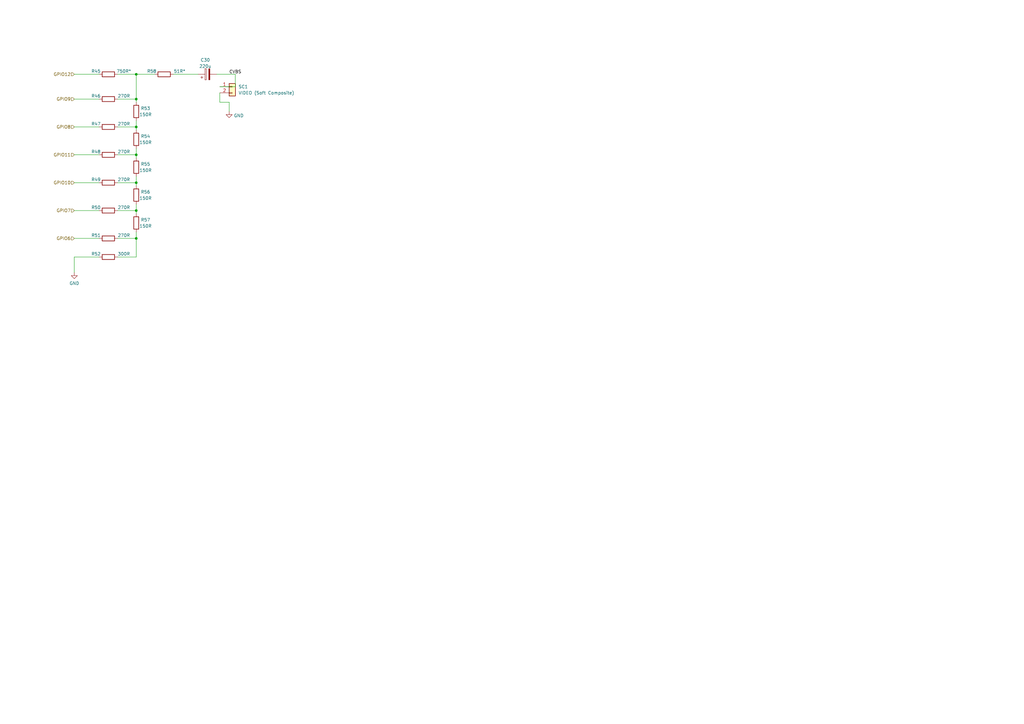
<source format=kicad_sch>
(kicad_sch (version 20231120) (generator "eeschema") (generator_version "8.0")
  (paper "A3")
  (title_block (title "Mini FRANK") (date "2024-11-13") (rev "1.2") (company "Mikhail Matveev") (comment 1 "https://github.com/xtremespb/minifrank"))
  (lib_symbols
    (symbol "Connector_Generic:Conn_01x02" (pin_names (offset 1.016) hide)
      (property "Reference" "J" (at 0 2.54 0))
      (property "Value" "Conn_01x02" (at 0 -5.08 0))
      (symbol "Conn_01x02_1_1"
        (rectangle (start -1.27 -2.413) (end 0 -2.667) (stroke (width 0.1524)))
        (rectangle (start -1.27 0.127) (end 0 -0.127) (stroke (width 0.1524)))
        (rectangle (start -1.27 1.27) (end 1.27 -3.81) (stroke (width 0.254)) (fill (type background)))
        (pin passive line (at -5.08 0 0) (length 3.81) (name "Pin_1") (number "1"))
        (pin passive line (at -5.08 -2.54 0) (length 3.81) (name "Pin_2") (number "2"))
      )
    )
    (symbol "Device:C_Polarized" (pin_numbers hide) (pin_names (offset 0.254))
      (property "Reference" "C" (at 0.635 2.54 0))
      (property "Value" "C_Polarized" (at 0.635 -2.54 0))
      (symbol "C_Polarized_0_1"
        (rectangle (start -2.286 0.508) (end 2.286 1.016))
        (polyline (pts (xy -1.778 2.286) (xy -0.762 2.286)))
        (polyline (pts (xy -1.27 2.794) (xy -1.27 1.778)))
        (rectangle (start 2.286 -0.508) (end -2.286 -1.016) (fill (type outline)))
      )
      (symbol "C_Polarized_1_1"
        (pin passive line (at 0 3.81 270) (length 2.794) (name "~") (number "1"))
        (pin passive line (at 0 -3.81 90) (length 2.794) (name "~") (number "2"))
      )
    )
    (symbol "Device:R" (pin_numbers hide) (pin_names (offset 0))
      (property "Reference" "R" (at 2.032 0 90))
      (property "Value" "R" (at 0 0 90))
      (symbol "R_0_1"
        (rectangle (start -1.016 -2.54) (end 1.016 2.54) (stroke (width 0.254)))
      )
      (symbol "R_1_1"
        (pin passive line (at 0 3.81 270) (length 1.27) (name "~") (number "1"))
        (pin passive line (at 0 -3.81 90) (length 1.27) (name "~") (number "2"))
      )
    )
    (symbol "power:GND" (power) (pin_names (offset 0))
      (property "Value" "GND" (at 0 -3.81 0))
      (symbol "GND_0_1"
        (polyline (pts (xy 0 0) (xy 0 -1.27) (xy 1.27 -1.27) (xy 0 -2.54) (xy -1.27 -1.27) (xy 0 -1.27)))
      )
      (symbol "GND_1_1"
        (pin power_in line (at 0 0 270) (length 0) hide (name "GND") (number "1"))
      )
    )
  )
  (junction (at 55.88 86.36))
  (junction (at 55.88 52.07))
  (junction (at 55.88 63.5))
  (junction (at 55.88 97.79))
  (junction (at 55.88 30.48))
  (junction (at 55.88 74.93))
  (junction (at 55.88 40.64))
  (wire (pts (xy 55.88 49.53) (xy 55.88 52.07)))
  (wire (pts (xy 55.88 83.82) (xy 55.88 86.36)))
  (wire (pts (xy 48.26 52.07) (xy 55.88 52.07)))
  (wire (pts (xy 48.26 86.36) (xy 55.88 86.36)))
  (wire (pts (xy 55.88 40.64) (xy 55.88 41.91)))
  (wire (pts (xy 48.26 74.93) (xy 55.88 74.93)))
  (wire (pts (xy 48.26 40.64) (xy 55.88 40.64)))
  (wire (pts (xy 90.17 41.91) (xy 93.98 41.91)))
  (wire (pts (xy 40.64 105.41) (xy 30.48 105.41)))
  (wire (pts (xy 30.48 86.36) (xy 40.64 86.36)))
  (wire (pts (xy 90.17 41.91) (xy 90.17 38.1)))
  (wire (pts (xy 55.88 52.07) (xy 55.88 53.34)))
  (wire (pts (xy 93.98 41.91) (xy 93.98 45.72)))
  (wire (pts (xy 96.52 30.48) (xy 88.9 30.48)))
  (wire (pts (xy 96.52 35.56) (xy 90.17 35.56)))
  (wire (pts (xy 30.48 97.79) (xy 40.64 97.79)))
  (wire (pts (xy 55.88 97.79) (xy 55.88 105.41)))
  (wire (pts (xy 55.88 95.25) (xy 55.88 97.79)))
  (wire (pts (xy 48.26 30.48) (xy 55.88 30.48)))
  (wire (pts (xy 55.88 60.96) (xy 55.88 63.5)))
  (wire (pts (xy 30.48 63.5) (xy 40.64 63.5)))
  (wire (pts (xy 30.48 105.41) (xy 30.48 111.76)))
  (wire (pts (xy 55.88 30.48) (xy 63.5 30.48)))
  (wire (pts (xy 30.48 74.93) (xy 40.64 74.93)))
  (wire (pts (xy 30.48 40.64) (xy 40.64 40.64)))
  (wire (pts (xy 55.88 105.41) (xy 48.26 105.41)))
  (wire (pts (xy 55.88 63.5) (xy 55.88 64.77)))
  (wire (pts (xy 96.52 35.56) (xy 96.52 30.48)))
  (wire (pts (xy 55.88 72.39) (xy 55.88 74.93)))
  (wire (pts (xy 71.12 30.48) (xy 81.28 30.48)))
  (wire (pts (xy 55.88 86.36) (xy 55.88 87.63)))
  (wire (pts (xy 55.88 30.48) (xy 55.88 40.64)))
  (wire (pts (xy 48.26 63.5) (xy 55.88 63.5)))
  (wire (pts (xy 48.26 97.79) (xy 55.88 97.79)))
  (wire (pts (xy 30.48 30.48) (xy 40.64 30.48)))
  (wire (pts (xy 30.48 52.07) (xy 40.64 52.07)))
  (wire (pts (xy 55.88 74.93) (xy 55.88 76.2)))
  (label "CVBS" (at 93.98 30.48 0))
  (hierarchical_label "GPIO10" (shape input) (at 30.48 74.93 180))
  (hierarchical_label "GPIO11" (shape input) (at 30.48 63.5 180))
  (hierarchical_label "GPIO9" (shape input) (at 30.48 40.64 180))
  (hierarchical_label "GPIO8" (shape input) (at 30.48 52.07 180))
  (hierarchical_label "GPIO6" (shape input) (at 30.48 97.79 180))
  (hierarchical_label "GPIO7" (shape input) (at 30.48 86.36 180))
  (hierarchical_label "GPIO12" (shape input) (at 30.48 30.48 180))
  (symbol (lib_id "Device:R") (at 55.88 91.44 180) (unit 1)
    (property "Reference" "R57" (at 59.69 90.17 0))
    (property "Value" "150R" (at 59.69 92.71 0))
    (property "Footprint" "Resistor_SMD:R_0805_2012Metric_Pad1.20x1.40mm_HandSolder" (effects (hide yes)))
  )
  (symbol (lib_id "Device:R") (at 44.45 86.36 90) (unit 1)
    (property "Reference" "R50" (at 39.37 85.09 90))
    (property "Value" "270R" (at 50.8 85.09 90))
    (property "Footprint" "Resistor_SMD:R_0805_2012Metric_Pad1.20x1.40mm_HandSolder" (effects (hide yes)))
  )
  (symbol (lib_id "power:GND") (at 93.98 45.72 0) (unit 1)
    (property "Reference" "#PWR057" (effects (hide yes)))
    (property "Value" "GND" (at 95.885 47.4238 0) (effects (justify left)))
  )
  (symbol (lib_id "Device:R") (at 44.45 63.5 90) (unit 1)
    (property "Reference" "R48" (at 39.37 62.23 90))
    (property "Value" "270R" (at 50.8 62.23 90))
    (property "Footprint" "Resistor_SMD:R_0805_2012Metric_Pad1.20x1.40mm_HandSolder" (effects (hide yes)))
  )
  (symbol (lib_id "Device:R") (at 44.45 40.64 90) (unit 1)
    (property "Reference" "R46" (at 39.37 39.37 90))
    (property "Value" "270R" (at 50.8 39.37 90))
    (property "Footprint" "Resistor_SMD:R_0805_2012Metric_Pad1.20x1.40mm_HandSolder" (effects (hide yes)))
  )
  (symbol (lib_id "Device:R") (at 44.45 30.48 90) (unit 1)
    (property "Reference" "R45" (at 39.37 29.21 90))
    (property "Value" "750R*" (at 50.8 29.21 90))
    (property "Footprint" "Resistor_SMD:R_0805_2012Metric_Pad1.20x1.40mm_HandSolder" (effects (hide yes)))
  )
  (symbol (lib_id "Device:R") (at 55.88 68.58 180) (unit 1)
    (property "Reference" "R55" (at 59.69 67.31 0))
    (property "Value" "150R" (at 59.69 69.85 0))
    (property "Footprint" "Resistor_SMD:R_0805_2012Metric_Pad1.20x1.40mm_HandSolder" (effects (hide yes)))
  )
  (symbol (lib_id "Device:R") (at 44.45 105.41 90) (unit 1)
    (property "Reference" "R52" (at 39.37 104.14 90))
    (property "Value" "300R" (at 50.8 104.14 90))
    (property "Footprint" "Resistor_SMD:R_0805_2012Metric_Pad1.20x1.40mm_HandSolder" (effects (hide yes)))
  )
  (symbol (lib_id "Device:C_Polarized") (at 85.09 30.48 90) (unit 1)
    (property "Reference" "C30" (at 84.201 24.6212 90))
    (property "Value" "220u" (at 84.201 27.1581 90))
    (property "Footprint" "LIBS:Medved_CP_Radial_D5.0mm_P2.50mm" (effects (hide yes)))
  )
  (symbol (lib_id "Device:R") (at 44.45 52.07 90) (unit 1)
    (property "Reference" "R47" (at 39.37 50.8 90))
    (property "Value" "270R" (at 50.8 50.8 90))
    (property "Footprint" "Resistor_SMD:R_0805_2012Metric_Pad1.20x1.40mm_HandSolder" (effects (hide yes)))
  )
  (symbol (lib_id "Device:R") (at 67.31 30.48 90) (unit 1)
    (property "Reference" "R58" (at 62.23 29.21 90))
    (property "Value" "51R*" (at 73.66 29.21 90))
    (property "Footprint" "Resistor_SMD:R_0805_2012Metric_Pad1.20x1.40mm_HandSolder" (effects (hide yes)))
  )
  (symbol (lib_id "Device:R") (at 44.45 74.93 90) (unit 1)
    (property "Reference" "R49" (at 39.37 73.66 90))
    (property "Value" "270R" (at 50.8 73.66 90))
    (property "Footprint" "Resistor_SMD:R_0805_2012Metric_Pad1.20x1.40mm_HandSolder" (effects (hide yes)))
  )
  (symbol (lib_id "Device:R") (at 55.88 80.01 180) (unit 1)
    (property "Reference" "R56" (at 59.69 78.74 0))
    (property "Value" "150R" (at 59.69 81.28 0))
    (property "Footprint" "Resistor_SMD:R_0805_2012Metric_Pad1.20x1.40mm_HandSolder" (effects (hide yes)))
  )
  (symbol (lib_id "Device:R") (at 44.45 97.79 90) (unit 1)
    (property "Reference" "R51" (at 39.37 96.52 90))
    (property "Value" "270R" (at 50.8 96.52 90))
    (property "Footprint" "Resistor_SMD:R_0805_2012Metric_Pad1.20x1.40mm_HandSolder" (effects (hide yes)))
  )
  (symbol (lib_id "Connector_Generic:Conn_01x02") (at 95.25 35.56 0) (unit 1)
    (property "Reference" "SC1" (at 97.79 35.5599 0) (effects (justify left)))
    (property "Value" "VIDEO (Soft Composite)" (at 97.79 38.0999 0) (effects (justify left)))
    (property "Footprint" "LIBS:AV_MOD_III-8.4-5" (effects (hide yes)))
  )
  (symbol (lib_id "Device:R") (at 55.88 45.72 180) (unit 1)
    (property "Reference" "R53" (at 59.69 44.45 0))
    (property "Value" "150R" (at 59.69 46.99 0))
    (property "Footprint" "Resistor_SMD:R_0805_2012Metric_Pad1.20x1.40mm_HandSolder" (effects (hide yes)))
  )
  (symbol (lib_id "Device:R") (at 55.88 57.15 180) (unit 1)
    (property "Reference" "R54" (at 59.69 55.88 0))
    (property "Value" "150R" (at 59.69 58.42 0))
    (property "Footprint" "Resistor_SMD:R_0805_2012Metric_Pad1.20x1.40mm_HandSolder" (effects (hide yes)))
  )
  (symbol (lib_id "power:GND") (at 30.48 111.76 0) (unit 1)
    (property "Reference" "#PWR056" (effects (hide yes)))
    (property "Value" "GND" (at 30.48 116.2034 0))
  )
)
</source>
